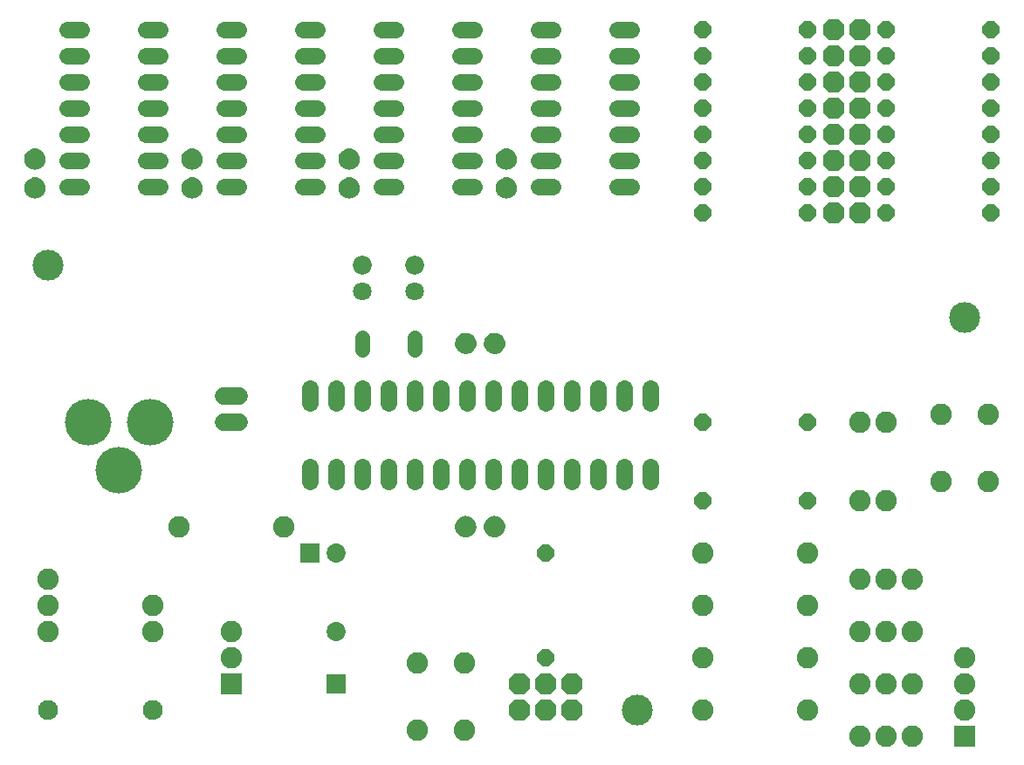
<source format=gbs>
G75*
%MOIN*%
%OFA0B0*%
%FSLAX24Y24*%
%IPPOS*%
%LPD*%
%AMOC8*
5,1,8,0,0,1.08239X$1,22.5*
%
%ADD10C,0.0640*%
%ADD11R,0.0820X0.0820*%
%ADD12C,0.0820*%
%ADD13C,0.0680*%
%ADD14R,0.0730X0.0730*%
%ADD15C,0.0730*%
%ADD16C,0.0050*%
%ADD17OC8,0.0820*%
%ADD18OC8,0.0640*%
%ADD19C,0.0760*%
%ADD20C,0.0560*%
%ADD21C,0.0707*%
%ADD22C,0.0721*%
%ADD23C,0.1182*%
%ADD24C,0.1780*%
D10*
X015626Y010900D02*
X015626Y011460D01*
X016626Y011460D02*
X016626Y010900D01*
X017626Y010900D02*
X017626Y011460D01*
X018626Y011460D02*
X018626Y010900D01*
X019626Y010900D02*
X019626Y011460D01*
X020626Y011460D02*
X020626Y010900D01*
X021626Y010900D02*
X021626Y011460D01*
X022626Y011460D02*
X022626Y010900D01*
X023626Y010900D02*
X023626Y011460D01*
X024626Y011460D02*
X024626Y010900D01*
X025626Y010900D02*
X025626Y011460D01*
X026626Y011460D02*
X026626Y010900D01*
X027626Y010900D02*
X027626Y011460D01*
X028626Y011460D02*
X028626Y010900D01*
X028626Y013900D02*
X028626Y014460D01*
X027626Y014460D02*
X027626Y013900D01*
X026626Y013900D02*
X026626Y014460D01*
X025626Y014460D02*
X025626Y013900D01*
X024626Y013900D02*
X024626Y014460D01*
X023626Y014460D02*
X023626Y013900D01*
X022626Y013900D02*
X022626Y014460D01*
X021626Y014460D02*
X021626Y013900D01*
X020626Y013900D02*
X020626Y014460D01*
X019626Y014460D02*
X019626Y013900D01*
X018626Y013900D02*
X018626Y014460D01*
X017626Y014460D02*
X017626Y013900D01*
X016626Y013900D02*
X016626Y014460D01*
X015626Y014460D02*
X015626Y013900D01*
X015906Y022180D02*
X015346Y022180D01*
X015346Y023180D02*
X015906Y023180D01*
X015906Y024180D02*
X015346Y024180D01*
X015346Y025180D02*
X015906Y025180D01*
X015906Y026180D02*
X015346Y026180D01*
X015346Y027180D02*
X015906Y027180D01*
X015906Y028180D02*
X015346Y028180D01*
X012906Y028180D02*
X012346Y028180D01*
X012346Y027180D02*
X012906Y027180D01*
X012906Y026180D02*
X012346Y026180D01*
X012346Y025180D02*
X012906Y025180D01*
X012906Y024180D02*
X012346Y024180D01*
X012346Y023180D02*
X012906Y023180D01*
X012906Y022180D02*
X012346Y022180D01*
X009906Y022180D02*
X009346Y022180D01*
X009346Y023180D02*
X009906Y023180D01*
X009906Y024180D02*
X009346Y024180D01*
X009346Y025180D02*
X009906Y025180D01*
X009906Y026180D02*
X009346Y026180D01*
X009346Y027180D02*
X009906Y027180D01*
X009906Y028180D02*
X009346Y028180D01*
X006906Y028180D02*
X006346Y028180D01*
X006346Y027180D02*
X006906Y027180D01*
X006906Y026180D02*
X006346Y026180D01*
X006346Y025180D02*
X006906Y025180D01*
X006906Y024180D02*
X006346Y024180D01*
X006346Y023180D02*
X006906Y023180D01*
X006906Y022180D02*
X006346Y022180D01*
X018346Y022180D02*
X018906Y022180D01*
X018906Y023180D02*
X018346Y023180D01*
X018346Y024180D02*
X018906Y024180D01*
X018906Y025180D02*
X018346Y025180D01*
X018346Y026180D02*
X018906Y026180D01*
X018906Y027180D02*
X018346Y027180D01*
X018346Y028180D02*
X018906Y028180D01*
X021346Y028180D02*
X021906Y028180D01*
X021906Y027180D02*
X021346Y027180D01*
X021346Y026180D02*
X021906Y026180D01*
X021906Y025180D02*
X021346Y025180D01*
X021346Y024180D02*
X021906Y024180D01*
X021906Y023180D02*
X021346Y023180D01*
X021346Y022180D02*
X021906Y022180D01*
X024346Y022180D02*
X024906Y022180D01*
X024906Y023180D02*
X024346Y023180D01*
X024346Y024180D02*
X024906Y024180D01*
X024906Y025180D02*
X024346Y025180D01*
X024346Y026180D02*
X024906Y026180D01*
X024906Y027180D02*
X024346Y027180D01*
X024346Y028180D02*
X024906Y028180D01*
X027346Y028180D02*
X027906Y028180D01*
X027906Y027180D02*
X027346Y027180D01*
X027346Y026180D02*
X027906Y026180D01*
X027906Y025180D02*
X027346Y025180D01*
X027346Y024180D02*
X027906Y024180D01*
X027906Y023180D02*
X027346Y023180D01*
X027346Y022180D02*
X027906Y022180D01*
D11*
X012626Y003180D03*
X040626Y001180D03*
D12*
X040626Y002180D03*
X040626Y003180D03*
X040626Y004180D03*
X038626Y003180D03*
X037626Y003180D03*
X036626Y003180D03*
X036626Y005180D03*
X037626Y005180D03*
X038626Y005180D03*
X038626Y007180D03*
X037626Y007180D03*
X036626Y007180D03*
X034626Y006180D03*
X034626Y004180D03*
X034626Y002180D03*
X036626Y001180D03*
X037626Y001180D03*
X038626Y001180D03*
X030626Y002180D03*
X030626Y004180D03*
X030626Y006180D03*
X030626Y008180D03*
X034626Y008180D03*
X036626Y010180D03*
X037626Y010180D03*
X039736Y010900D03*
X041516Y010900D03*
X041516Y013460D03*
X039736Y013460D03*
X037626Y013180D03*
X036626Y013180D03*
X021516Y003960D03*
X019736Y003960D03*
X019736Y001400D03*
X021516Y001400D03*
X012626Y004180D03*
X012626Y005180D03*
X009626Y005180D03*
X009626Y006180D03*
X010626Y009180D03*
X014626Y009180D03*
X005626Y007180D03*
X005626Y006180D03*
X005626Y005180D03*
D13*
X012326Y013180D02*
X012926Y013180D01*
X012926Y014180D02*
X012326Y014180D01*
D14*
X015626Y008180D03*
X016626Y003180D03*
D15*
X016626Y005180D03*
X016626Y008180D03*
D16*
X021204Y009109D02*
X021198Y009173D01*
X021203Y009239D01*
X021219Y009303D01*
X021246Y009363D01*
X021283Y009418D01*
X021330Y009465D01*
X021383Y009504D01*
X021443Y009533D01*
X021507Y009550D01*
X021573Y009557D01*
X021638Y009550D01*
X021702Y009532D01*
X021762Y009503D01*
X021815Y009465D01*
X021861Y009417D01*
X021899Y009362D01*
X021926Y009302D01*
X021942Y009238D01*
X021947Y009172D01*
X021939Y009100D01*
X021917Y009031D01*
X021882Y008968D01*
X021836Y008912D01*
X021779Y008867D01*
X021715Y008834D01*
X021646Y008813D01*
X021574Y008807D01*
X021509Y008812D01*
X021446Y008828D01*
X021387Y008854D01*
X021334Y008891D01*
X021288Y008936D01*
X021250Y008988D01*
X021222Y009046D01*
X021204Y009109D01*
X021205Y009104D02*
X021939Y009104D01*
X021944Y009153D02*
X021200Y009153D01*
X021200Y009201D02*
X021944Y009201D01*
X021939Y009250D02*
X021205Y009250D01*
X021218Y009298D02*
X021927Y009298D01*
X021906Y009347D02*
X021239Y009347D01*
X021268Y009395D02*
X021876Y009395D01*
X021836Y009444D02*
X021308Y009444D01*
X021367Y009492D02*
X021777Y009492D01*
X021673Y009541D02*
X021471Y009541D01*
X021219Y009056D02*
X021925Y009056D01*
X021904Y009007D02*
X021241Y009007D01*
X021271Y008959D02*
X021875Y008959D01*
X021833Y008910D02*
X021314Y008910D01*
X021377Y008862D02*
X021769Y008862D01*
X021643Y008813D02*
X021504Y008813D01*
X022324Y009046D02*
X022306Y009109D01*
X022300Y009173D01*
X022305Y009239D01*
X022321Y009303D01*
X022348Y009363D01*
X022386Y009418D01*
X022432Y009465D01*
X022485Y009504D01*
X022545Y009533D01*
X022609Y009550D01*
X022675Y009557D01*
X022740Y009550D01*
X022804Y009532D01*
X022864Y009503D01*
X022917Y009465D01*
X022963Y009417D01*
X023001Y009362D01*
X023028Y009302D01*
X023044Y009238D01*
X023049Y009172D01*
X023041Y009100D01*
X023019Y009031D01*
X022984Y008968D01*
X022938Y008912D01*
X022881Y008867D01*
X022817Y008834D01*
X022748Y008813D01*
X022676Y008807D01*
X022611Y008812D01*
X022548Y008828D01*
X022489Y008854D01*
X022436Y008891D01*
X022390Y008936D01*
X022352Y008988D01*
X022324Y009046D01*
X022321Y009056D02*
X023027Y009056D01*
X023041Y009104D02*
X022307Y009104D01*
X022302Y009153D02*
X023046Y009153D01*
X023047Y009201D02*
X022302Y009201D01*
X022307Y009250D02*
X023041Y009250D01*
X023029Y009298D02*
X022320Y009298D01*
X022341Y009347D02*
X023008Y009347D01*
X022978Y009395D02*
X022370Y009395D01*
X022410Y009444D02*
X022938Y009444D01*
X022879Y009492D02*
X022469Y009492D01*
X022573Y009541D02*
X022775Y009541D01*
X023006Y009007D02*
X022343Y009007D01*
X022373Y008959D02*
X022977Y008959D01*
X022935Y008910D02*
X022416Y008910D01*
X022479Y008862D02*
X022871Y008862D01*
X022745Y008813D02*
X022606Y008813D01*
X022679Y015803D02*
X022613Y015810D01*
X022549Y015828D01*
X022490Y015857D01*
X022436Y015895D01*
X022390Y015943D01*
X022353Y015998D01*
X022326Y016058D01*
X022309Y016122D01*
X022305Y016188D01*
X022312Y016260D01*
X022334Y016329D01*
X022369Y016392D01*
X022415Y016448D01*
X022472Y016493D01*
X022536Y016526D01*
X022606Y016547D01*
X022678Y016553D01*
X022742Y016548D01*
X022805Y016532D01*
X022864Y016506D01*
X022917Y016469D01*
X022964Y016424D01*
X023001Y016372D01*
X023029Y016314D01*
X023047Y016251D01*
X023054Y016187D01*
X023049Y016121D01*
X023032Y016057D01*
X023005Y015997D01*
X022968Y015942D01*
X022921Y015895D01*
X022868Y015856D01*
X022808Y015827D01*
X022744Y015810D01*
X022679Y015803D01*
X022512Y015846D02*
X022846Y015846D01*
X022921Y015894D02*
X022438Y015894D01*
X022390Y015943D02*
X022968Y015943D01*
X023001Y015991D02*
X022357Y015991D01*
X022334Y016040D02*
X023024Y016040D01*
X023040Y016088D02*
X022318Y016088D01*
X022308Y016137D02*
X023050Y016137D01*
X023053Y016185D02*
X022305Y016185D01*
X022310Y016234D02*
X023049Y016234D01*
X023038Y016282D02*
X022319Y016282D01*
X022335Y016331D02*
X023021Y016331D01*
X022996Y016379D02*
X022362Y016379D01*
X022398Y016428D02*
X022960Y016428D01*
X022907Y016476D02*
X022451Y016476D01*
X022532Y016525D02*
X022822Y016525D01*
X021936Y016282D02*
X021217Y016282D01*
X021210Y016260D02*
X021232Y016329D01*
X021267Y016392D01*
X021313Y016448D01*
X021370Y016493D01*
X021434Y016526D01*
X021504Y016547D01*
X021576Y016553D01*
X021640Y016548D01*
X021703Y016532D01*
X021762Y016506D01*
X021815Y016469D01*
X021862Y016424D01*
X021899Y016372D01*
X021927Y016314D01*
X021945Y016251D01*
X021952Y016187D01*
X021947Y016121D01*
X021930Y016057D01*
X021903Y015997D01*
X021866Y015942D01*
X021819Y015895D01*
X021766Y015856D01*
X021706Y015827D01*
X021642Y015810D01*
X021577Y015803D01*
X021511Y015810D01*
X021447Y015828D01*
X021388Y015857D01*
X021334Y015895D01*
X021288Y015943D01*
X021251Y015998D01*
X021224Y016058D01*
X021207Y016122D01*
X021203Y016188D01*
X021210Y016260D01*
X021208Y016234D02*
X021947Y016234D01*
X021951Y016185D02*
X021203Y016185D01*
X021206Y016137D02*
X021948Y016137D01*
X021938Y016088D02*
X021216Y016088D01*
X021232Y016040D02*
X021922Y016040D01*
X021899Y015991D02*
X021255Y015991D01*
X021288Y015943D02*
X021866Y015943D01*
X021819Y015894D02*
X021336Y015894D01*
X021410Y015846D02*
X021744Y015846D01*
X021919Y016331D02*
X021233Y016331D01*
X021260Y016379D02*
X021894Y016379D01*
X021858Y016428D02*
X021296Y016428D01*
X021349Y016476D02*
X021805Y016476D01*
X021720Y016525D02*
X021430Y016525D01*
X023003Y021773D02*
X022942Y021801D01*
X022888Y021838D01*
X022840Y021884D01*
X022802Y021938D01*
X022773Y021997D01*
X022755Y022061D01*
X022749Y022127D01*
X022755Y022193D01*
X022773Y022256D01*
X022802Y022316D01*
X022841Y022370D01*
X022888Y022416D01*
X022943Y022453D01*
X023003Y022480D01*
X023068Y022496D01*
X023134Y022501D01*
X023206Y022493D01*
X023275Y022471D01*
X023338Y022437D01*
X023393Y022390D01*
X023439Y022334D01*
X023472Y022270D01*
X023492Y022200D01*
X023499Y022128D01*
X023494Y022063D01*
X023478Y022001D01*
X023451Y021942D01*
X023415Y021888D01*
X023370Y021842D01*
X023317Y021804D01*
X023259Y021776D01*
X023197Y021759D01*
X023133Y021752D01*
X023067Y021757D01*
X023003Y021773D01*
X023045Y021763D02*
X023211Y021763D01*
X023327Y021811D02*
X022927Y021811D01*
X022865Y021860D02*
X023387Y021860D01*
X023428Y021908D02*
X022823Y021908D01*
X022793Y021957D02*
X023458Y021957D01*
X023479Y022005D02*
X022771Y022005D01*
X022757Y022054D02*
X023491Y022054D01*
X023497Y022102D02*
X022751Y022102D01*
X022751Y022151D02*
X023497Y022151D01*
X023492Y022199D02*
X022757Y022199D01*
X022771Y022248D02*
X023478Y022248D01*
X023458Y022296D02*
X022793Y022296D01*
X022823Y022345D02*
X023430Y022345D01*
X023390Y022393D02*
X022865Y022393D01*
X022926Y022442D02*
X023329Y022442D01*
X023215Y022490D02*
X023043Y022490D01*
X023067Y022859D02*
X023003Y022875D01*
X022942Y022903D01*
X022888Y022940D01*
X022840Y022986D01*
X022802Y023040D01*
X022773Y023099D01*
X022755Y023163D01*
X022749Y023229D01*
X022755Y023295D01*
X022773Y023358D01*
X022802Y023418D01*
X022841Y023472D01*
X022888Y023518D01*
X022943Y023555D01*
X023003Y023582D01*
X023068Y023598D01*
X023134Y023603D01*
X023206Y023595D01*
X023275Y023573D01*
X023338Y023539D01*
X023393Y023492D01*
X023439Y023436D01*
X023472Y023372D01*
X023492Y023302D01*
X023499Y023230D01*
X023494Y023166D01*
X023478Y023103D01*
X023451Y023044D01*
X023415Y022990D01*
X023370Y022944D01*
X023317Y022906D01*
X023259Y022878D01*
X022996Y022878D01*
X023067Y022859D02*
X023133Y022854D01*
X023197Y022861D01*
X023259Y022878D01*
X023346Y022927D02*
X022907Y022927D01*
X022852Y022975D02*
X023400Y022975D01*
X023438Y023024D02*
X022813Y023024D01*
X022786Y023072D02*
X023464Y023072D01*
X023482Y023121D02*
X022767Y023121D01*
X022755Y023169D02*
X023494Y023169D01*
X023498Y023218D02*
X022750Y023218D01*
X022752Y023266D02*
X023495Y023266D01*
X023489Y023315D02*
X022761Y023315D01*
X022776Y023363D02*
X023475Y023363D01*
X023451Y023412D02*
X022799Y023412D01*
X022833Y023460D02*
X023419Y023460D01*
X023374Y023509D02*
X022879Y023509D01*
X022948Y023557D02*
X023304Y023557D01*
X017499Y023230D02*
X017492Y023302D01*
X017472Y023372D01*
X017439Y023436D01*
X017393Y023492D01*
X017338Y023539D01*
X017275Y023573D01*
X017206Y023595D01*
X017134Y023603D01*
X017068Y023598D01*
X017003Y023582D01*
X016943Y023555D01*
X016888Y023518D01*
X016841Y023472D01*
X016802Y023418D01*
X016773Y023358D01*
X016755Y023295D01*
X016749Y023229D01*
X016755Y023163D01*
X016773Y023099D01*
X016802Y023040D01*
X016840Y022986D01*
X016888Y022940D01*
X016942Y022903D01*
X017003Y022875D01*
X017067Y022859D01*
X017133Y022854D01*
X017197Y022861D01*
X017259Y022878D01*
X016996Y022878D01*
X016907Y022927D02*
X017346Y022927D01*
X017370Y022944D02*
X017317Y022906D01*
X017259Y022878D01*
X017370Y022944D02*
X017415Y022990D01*
X017451Y023044D01*
X017478Y023103D01*
X017494Y023166D01*
X017499Y023230D01*
X017498Y023218D02*
X016750Y023218D01*
X016752Y023266D02*
X017495Y023266D01*
X017489Y023315D02*
X016761Y023315D01*
X016776Y023363D02*
X017475Y023363D01*
X017451Y023412D02*
X016799Y023412D01*
X016833Y023460D02*
X017419Y023460D01*
X017374Y023509D02*
X016879Y023509D01*
X016948Y023557D02*
X017304Y023557D01*
X017494Y023169D02*
X016755Y023169D01*
X016767Y023121D02*
X017482Y023121D01*
X017464Y023072D02*
X016786Y023072D01*
X016813Y023024D02*
X017438Y023024D01*
X017400Y022975D02*
X016852Y022975D01*
X017003Y022480D02*
X017068Y022496D01*
X017134Y022501D01*
X017206Y022493D01*
X017275Y022471D01*
X017338Y022437D01*
X017393Y022390D01*
X017439Y022334D01*
X017472Y022270D01*
X017492Y022200D01*
X017499Y022128D01*
X017494Y022063D01*
X017478Y022001D01*
X017451Y021942D01*
X017415Y021888D01*
X017370Y021842D01*
X017317Y021804D01*
X017259Y021776D01*
X017197Y021759D01*
X017133Y021752D01*
X017067Y021757D01*
X017003Y021773D01*
X016942Y021801D01*
X016888Y021838D01*
X016840Y021884D01*
X016802Y021938D01*
X016773Y021997D01*
X016755Y022061D01*
X016749Y022127D01*
X016755Y022193D01*
X016773Y022256D01*
X016802Y022316D01*
X016841Y022370D01*
X016888Y022416D01*
X016943Y022453D01*
X017003Y022480D01*
X017043Y022490D02*
X017215Y022490D01*
X017329Y022442D02*
X016926Y022442D01*
X016865Y022393D02*
X017390Y022393D01*
X017430Y022345D02*
X016823Y022345D01*
X016793Y022296D02*
X017458Y022296D01*
X017478Y022248D02*
X016771Y022248D01*
X016757Y022199D02*
X017492Y022199D01*
X017497Y022151D02*
X016751Y022151D01*
X016751Y022102D02*
X017497Y022102D01*
X017491Y022054D02*
X016757Y022054D01*
X016771Y022005D02*
X017479Y022005D01*
X017458Y021957D02*
X016793Y021957D01*
X016823Y021908D02*
X017428Y021908D01*
X017387Y021860D02*
X016865Y021860D01*
X016927Y021811D02*
X017327Y021811D01*
X017211Y021763D02*
X017045Y021763D01*
X011499Y022128D02*
X011492Y022200D01*
X011472Y022270D01*
X011439Y022334D01*
X011393Y022390D01*
X011338Y022437D01*
X011275Y022471D01*
X011206Y022493D01*
X011134Y022501D01*
X011068Y022496D01*
X011003Y022480D01*
X010943Y022453D01*
X010888Y022416D01*
X010841Y022370D01*
X010802Y022316D01*
X010773Y022256D01*
X010755Y022193D01*
X010749Y022127D01*
X010755Y022061D01*
X010773Y021997D01*
X010802Y021938D01*
X010840Y021884D01*
X010888Y021838D01*
X010942Y021801D01*
X011003Y021773D01*
X011067Y021757D01*
X011133Y021752D01*
X011197Y021759D01*
X011259Y021776D01*
X011317Y021804D01*
X011370Y021842D01*
X011415Y021888D01*
X011451Y021942D01*
X011478Y022001D01*
X011494Y022063D01*
X011499Y022128D01*
X011497Y022151D02*
X010751Y022151D01*
X010757Y022199D02*
X011492Y022199D01*
X011478Y022248D02*
X010771Y022248D01*
X010793Y022296D02*
X011458Y022296D01*
X011430Y022345D02*
X010823Y022345D01*
X010865Y022393D02*
X011390Y022393D01*
X011329Y022442D02*
X010926Y022442D01*
X011043Y022490D02*
X011215Y022490D01*
X011197Y022861D02*
X011133Y022854D01*
X011067Y022859D01*
X011003Y022875D01*
X010942Y022903D01*
X010888Y022940D01*
X010840Y022986D01*
X010802Y023040D01*
X010773Y023099D01*
X010755Y023163D01*
X010749Y023229D01*
X010755Y023295D01*
X010773Y023358D01*
X010802Y023418D01*
X010841Y023472D01*
X010888Y023518D01*
X010943Y023555D01*
X011003Y023582D01*
X011068Y023598D01*
X011134Y023603D01*
X011206Y023595D01*
X011275Y023573D01*
X011338Y023539D01*
X011393Y023492D01*
X011439Y023436D01*
X011472Y023372D01*
X011492Y023302D01*
X011499Y023230D01*
X011494Y023166D01*
X011478Y023103D01*
X011451Y023044D01*
X011415Y022990D01*
X011370Y022944D01*
X011317Y022906D01*
X011259Y022878D01*
X010996Y022878D01*
X010907Y022927D02*
X011346Y022927D01*
X011400Y022975D02*
X010852Y022975D01*
X010813Y023024D02*
X011438Y023024D01*
X011464Y023072D02*
X010786Y023072D01*
X010767Y023121D02*
X011482Y023121D01*
X011494Y023169D02*
X010755Y023169D01*
X010750Y023218D02*
X011498Y023218D01*
X011495Y023266D02*
X010752Y023266D01*
X010761Y023315D02*
X011489Y023315D01*
X011475Y023363D02*
X010776Y023363D01*
X010799Y023412D02*
X011451Y023412D01*
X011419Y023460D02*
X010833Y023460D01*
X010879Y023509D02*
X011374Y023509D01*
X011304Y023557D02*
X010948Y023557D01*
X011197Y022861D02*
X011259Y022878D01*
X011497Y022102D02*
X010751Y022102D01*
X010757Y022054D02*
X011491Y022054D01*
X011479Y022005D02*
X010771Y022005D01*
X010793Y021957D02*
X011458Y021957D01*
X011428Y021908D02*
X010823Y021908D01*
X010865Y021860D02*
X011387Y021860D01*
X011327Y021811D02*
X010927Y021811D01*
X011045Y021763D02*
X011211Y021763D01*
X005499Y022128D02*
X005492Y022200D01*
X005472Y022270D01*
X005439Y022334D01*
X005393Y022390D01*
X005338Y022437D01*
X005275Y022471D01*
X005206Y022493D01*
X005134Y022501D01*
X005068Y022496D01*
X005003Y022480D01*
X004943Y022453D01*
X004888Y022416D01*
X004841Y022370D01*
X004802Y022316D01*
X004773Y022256D01*
X004755Y022193D01*
X004749Y022127D01*
X004755Y022061D01*
X004773Y021997D01*
X004802Y021938D01*
X004840Y021884D01*
X004888Y021838D01*
X004942Y021801D01*
X005003Y021773D01*
X005067Y021757D01*
X005133Y021752D01*
X005197Y021759D01*
X005259Y021776D01*
X005317Y021804D01*
X005370Y021842D01*
X005415Y021888D01*
X005451Y021942D01*
X005478Y022001D01*
X005494Y022063D01*
X005499Y022128D01*
X005497Y022151D02*
X004751Y022151D01*
X004757Y022199D02*
X005492Y022199D01*
X005478Y022248D02*
X004771Y022248D01*
X004793Y022296D02*
X005458Y022296D01*
X005430Y022345D02*
X004823Y022345D01*
X004865Y022393D02*
X005390Y022393D01*
X005329Y022442D02*
X004926Y022442D01*
X005043Y022490D02*
X005215Y022490D01*
X005197Y022861D02*
X005133Y022854D01*
X005067Y022859D01*
X005003Y022875D01*
X004942Y022903D01*
X004888Y022940D01*
X004840Y022986D01*
X004802Y023040D01*
X004773Y023099D01*
X004755Y023163D01*
X004749Y023229D01*
X004755Y023295D01*
X004773Y023358D01*
X004802Y023418D01*
X004841Y023472D01*
X004888Y023518D01*
X004943Y023555D01*
X005003Y023582D01*
X005068Y023598D01*
X005134Y023603D01*
X005206Y023595D01*
X005275Y023573D01*
X005338Y023539D01*
X005393Y023492D01*
X005439Y023436D01*
X005472Y023372D01*
X005492Y023302D01*
X005499Y023230D01*
X005494Y023166D01*
X005478Y023103D01*
X005451Y023044D01*
X005415Y022990D01*
X005370Y022944D01*
X005317Y022906D01*
X005259Y022878D01*
X004996Y022878D01*
X004907Y022927D02*
X005346Y022927D01*
X005400Y022975D02*
X004852Y022975D01*
X004813Y023024D02*
X005438Y023024D01*
X005464Y023072D02*
X004786Y023072D01*
X004767Y023121D02*
X005482Y023121D01*
X005494Y023169D02*
X004755Y023169D01*
X004750Y023218D02*
X005498Y023218D01*
X005495Y023266D02*
X004752Y023266D01*
X004761Y023315D02*
X005489Y023315D01*
X005475Y023363D02*
X004776Y023363D01*
X004799Y023412D02*
X005451Y023412D01*
X005419Y023460D02*
X004833Y023460D01*
X004879Y023509D02*
X005374Y023509D01*
X005304Y023557D02*
X004948Y023557D01*
X005197Y022861D02*
X005259Y022878D01*
X005497Y022102D02*
X004751Y022102D01*
X004757Y022054D02*
X005491Y022054D01*
X005479Y022005D02*
X004771Y022005D01*
X004793Y021957D02*
X005458Y021957D01*
X005428Y021908D02*
X004823Y021908D01*
X004865Y021860D02*
X005387Y021860D01*
X005327Y021811D02*
X004927Y021811D01*
X005045Y021763D02*
X005211Y021763D01*
D17*
X023626Y003180D03*
X024626Y003180D03*
X025626Y003180D03*
X025626Y002180D03*
X024626Y002180D03*
X023626Y002180D03*
X035626Y021180D03*
X036626Y021180D03*
X036626Y022180D03*
X035626Y022180D03*
X035626Y023180D03*
X036626Y023180D03*
X036626Y024180D03*
X035626Y024180D03*
X035626Y025180D03*
X036626Y025180D03*
X036626Y026180D03*
X036626Y027180D03*
X035626Y027180D03*
X035626Y026180D03*
X035626Y028180D03*
X036626Y028180D03*
D18*
X037626Y028180D03*
X037626Y027180D03*
X037626Y026180D03*
X037626Y025180D03*
X037626Y024180D03*
X037626Y023180D03*
X037626Y022180D03*
X037626Y021180D03*
X034626Y021180D03*
X034626Y022180D03*
X034626Y023180D03*
X034626Y024180D03*
X034626Y025180D03*
X034626Y026180D03*
X034626Y027180D03*
X034626Y028180D03*
X030626Y028180D03*
X030626Y027180D03*
X030626Y026180D03*
X030626Y025180D03*
X030626Y024180D03*
X030626Y023180D03*
X030626Y022180D03*
X030626Y021180D03*
X030626Y013180D03*
X030626Y010180D03*
X034626Y010180D03*
X034626Y013180D03*
X041626Y021180D03*
X041626Y022180D03*
X041626Y023180D03*
X041626Y024180D03*
X041626Y025180D03*
X041626Y026180D03*
X041626Y027180D03*
X041626Y028180D03*
X024626Y008180D03*
X024626Y004180D03*
D19*
X005626Y002180D03*
X009626Y002180D03*
D20*
X017626Y015940D02*
X017626Y016420D01*
X019626Y016420D02*
X019626Y015940D01*
D21*
X019626Y018180D03*
X017626Y018180D03*
D22*
X017626Y019180D03*
X019626Y019180D03*
D23*
X005626Y019180D03*
X028126Y002180D03*
X040626Y017180D03*
D24*
X009519Y013180D03*
X008338Y011330D03*
X007157Y013180D03*
M02*

</source>
